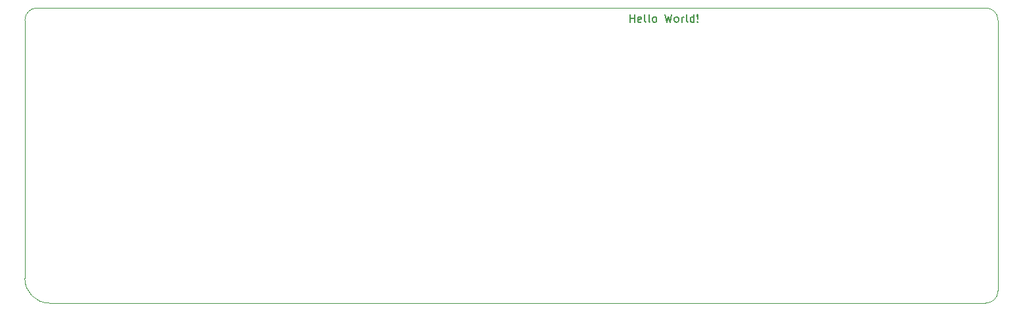
<source format=gbr>
G04 #@! TF.GenerationSoftware,KiCad,Pcbnew,5.1.4*
G04 #@! TF.CreationDate,2020-08-15T08:43:54-04:00*
G04 #@! TF.ProjectId,ai03-pcb-guide,61693033-2d70-4636-922d-67756964652e,rev?*
G04 #@! TF.SameCoordinates,Original*
G04 #@! TF.FileFunction,Legend,Top*
G04 #@! TF.FilePolarity,Positive*
%FSLAX46Y46*%
G04 Gerber Fmt 4.6, Leading zero omitted, Abs format (unit mm)*
G04 Created by KiCad (PCBNEW 5.1.4) date 2020-08-15 08:43:54*
%MOMM*%
%LPD*%
G04 APERTURE LIST*
%ADD10C,0.150000*%
%ADD11C,0.120000*%
G04 APERTURE END LIST*
D10*
X117677157Y-65336680D02*
X117677157Y-64336680D01*
X117677157Y-64812871D02*
X118248585Y-64812871D01*
X118248585Y-65336680D02*
X118248585Y-64336680D01*
X119105728Y-65289061D02*
X119010490Y-65336680D01*
X118820014Y-65336680D01*
X118724776Y-65289061D01*
X118677157Y-65193823D01*
X118677157Y-64812871D01*
X118724776Y-64717633D01*
X118820014Y-64670014D01*
X119010490Y-64670014D01*
X119105728Y-64717633D01*
X119153347Y-64812871D01*
X119153347Y-64908109D01*
X118677157Y-65003347D01*
X119724776Y-65336680D02*
X119629538Y-65289061D01*
X119581919Y-65193823D01*
X119581919Y-64336680D01*
X120248585Y-65336680D02*
X120153347Y-65289061D01*
X120105728Y-65193823D01*
X120105728Y-64336680D01*
X120772395Y-65336680D02*
X120677157Y-65289061D01*
X120629538Y-65241442D01*
X120581919Y-65146204D01*
X120581919Y-64860490D01*
X120629538Y-64765252D01*
X120677157Y-64717633D01*
X120772395Y-64670014D01*
X120915252Y-64670014D01*
X121010490Y-64717633D01*
X121058109Y-64765252D01*
X121105728Y-64860490D01*
X121105728Y-65146204D01*
X121058109Y-65241442D01*
X121010490Y-65289061D01*
X120915252Y-65336680D01*
X120772395Y-65336680D01*
X122200966Y-64336680D02*
X122439061Y-65336680D01*
X122629538Y-64622395D01*
X122820014Y-65336680D01*
X123058109Y-64336680D01*
X123581919Y-65336680D02*
X123486680Y-65289061D01*
X123439061Y-65241442D01*
X123391442Y-65146204D01*
X123391442Y-64860490D01*
X123439061Y-64765252D01*
X123486680Y-64717633D01*
X123581919Y-64670014D01*
X123724776Y-64670014D01*
X123820014Y-64717633D01*
X123867633Y-64765252D01*
X123915252Y-64860490D01*
X123915252Y-65146204D01*
X123867633Y-65241442D01*
X123820014Y-65289061D01*
X123724776Y-65336680D01*
X123581919Y-65336680D01*
X124343823Y-65336680D02*
X124343823Y-64670014D01*
X124343823Y-64860490D02*
X124391442Y-64765252D01*
X124439061Y-64717633D01*
X124534300Y-64670014D01*
X124629538Y-64670014D01*
X125105728Y-65336680D02*
X125010490Y-65289061D01*
X124962871Y-65193823D01*
X124962871Y-64336680D01*
X125915252Y-65336680D02*
X125915252Y-64336680D01*
X125915252Y-65289061D02*
X125820014Y-65336680D01*
X125629538Y-65336680D01*
X125534300Y-65289061D01*
X125486680Y-65241442D01*
X125439061Y-65146204D01*
X125439061Y-64860490D01*
X125486680Y-64765252D01*
X125534300Y-64717633D01*
X125629538Y-64670014D01*
X125820014Y-64670014D01*
X125915252Y-64717633D01*
X126391442Y-65241442D02*
X126439061Y-65289061D01*
X126391442Y-65336680D01*
X126343823Y-65289061D01*
X126391442Y-65241442D01*
X126391442Y-65336680D01*
X126391442Y-64955728D02*
X126343823Y-64384300D01*
X126391442Y-64336680D01*
X126439061Y-64384300D01*
X126391442Y-64955728D01*
X126391442Y-64336680D01*
D11*
X42862500Y-101600000D02*
X47625000Y-101600000D01*
X39687500Y-96043750D02*
X39687500Y-98425000D01*
X42862500Y-101600000D02*
G75*
G02X39687500Y-98425000I0J3175000D01*
G01*
X163512500Y-101600000D02*
X47625000Y-101600000D01*
X39687500Y-65087500D02*
X39687500Y-96043750D01*
X47625000Y-63500000D02*
X41275000Y-63500000D01*
X39687500Y-65087500D02*
G75*
G02X41275000Y-63500000I1587500J0D01*
G01*
X163512500Y-63500000D02*
X47625000Y-63500000D01*
X165100000Y-100012500D02*
X165100000Y-65087500D01*
X165100000Y-100012500D02*
G75*
G02X163512500Y-101600000I-1587500J0D01*
G01*
X163512500Y-63500000D02*
G75*
G02X165100000Y-65087500I0J-1587500D01*
G01*
M02*

</source>
